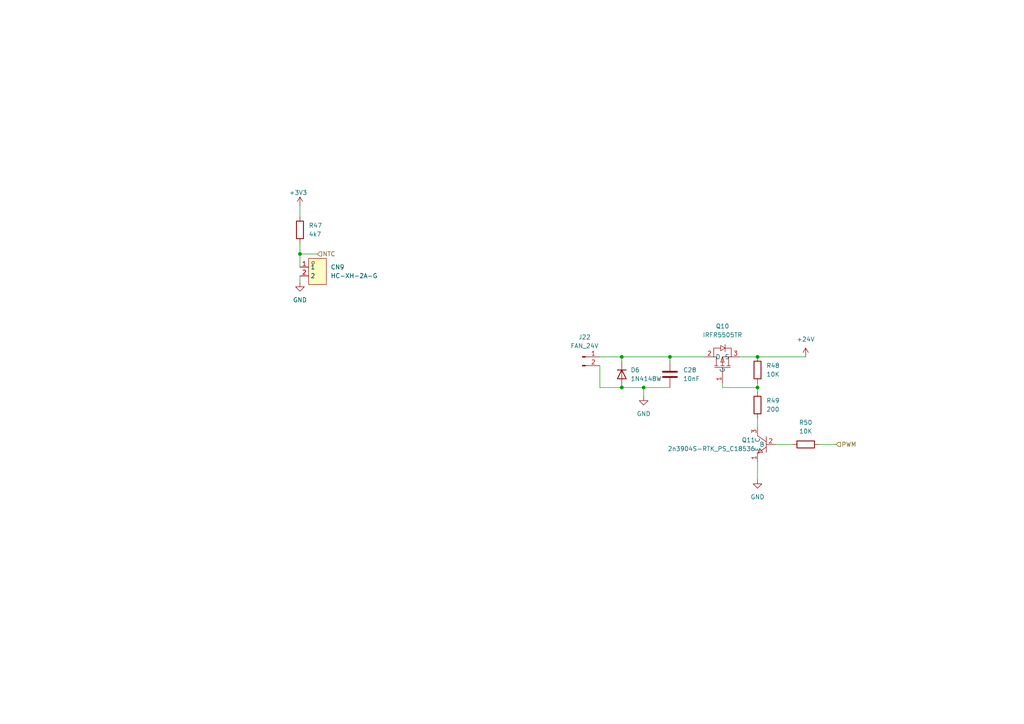
<source format=kicad_sch>
(kicad_sch (version 20230121) (generator eeschema)
  (paper "A4")
  (lib_symbols
    (symbol "Connector:Conn_01x02_Male" (pin_names (offset 1.016) hide)
      (property "Reference" "J" (at 0 2.54 0))
      (property "Value" "Conn_01x02_Male" (at 0 -5.08 0))
      (symbol "Conn_01x02_Male_1_1"
        (polyline (pts (xy 1.27 -2.54) (xy 0.8636 -2.54)) (stroke (width 0.1524)))
        (polyline (pts (xy 1.27 0) (xy 0.8636 0)) (stroke (width 0.1524)))
        (rectangle (start 0.8636 -2.413) (end 0 -2.667) (stroke (width 0.1524)) (fill (type outline)))
        (rectangle (start 0.8636 0.127) (end 0 -0.127) (stroke (width 0.1524)) (fill (type outline)))
        (pin passive line (at 5.08 0 180) (length 3.81) (name "Pin_1") (number "1"))
        (pin passive line (at 5.08 -2.54 180) (length 3.81) (name "Pin_2") (number "2"))
      )
    )
    (symbol "Device:C" (pin_numbers hide) (pin_names (offset 0.254))
      (property "Reference" "C" (at 0.635 2.54 0))
      (property "Value" "C" (at 0.635 -2.54 0))
      (symbol "C_0_1"
        (polyline (pts (xy -2.032 -0.762) (xy 2.032 -0.762)) (stroke (width 0.508)))
        (polyline (pts (xy -2.032 0.762) (xy 2.032 0.762)) (stroke (width 0.508)))
      )
      (symbol "C_1_1"
        (pin passive line (at 0 3.81 270) (length 2.794) (name "~") (number "1"))
        (pin passive line (at 0 -3.81 90) (length 2.794) (name "~") (number "2"))
      )
    )
    (symbol "Device:R" (pin_numbers hide) (pin_names (offset 0))
      (property "Reference" "R" (at 2.032 0 90))
      (property "Value" "R" (at 0 0 90))
      (symbol "R_0_1"
        (rectangle (start -1.016 -2.54) (end 1.016 2.54) (stroke (width 0.254)))
      )
      (symbol "R_1_1"
        (pin passive line (at 0 3.81 270) (length 1.27) (name "~") (number "1"))
        (pin passive line (at 0 -3.81 90) (length 1.27) (name "~") (number "2"))
      )
    )
    (symbol "Diode:1N4148W" (pin_numbers hide) (pin_names hide)
      (property "Reference" "D" (at 0 2.54 0))
      (property "Value" "1N4148W" (at 0 -2.54 0))
      (symbol "1N4148W_0_1"
        (polyline (pts (xy -1.27 1.27) (xy -1.27 -1.27)) (stroke (width 0.254)))
        (polyline (pts (xy 1.27 0) (xy -1.27 0)))
        (polyline (pts (xy 1.27 1.27) (xy 1.27 -1.27) (xy -1.27 0) (xy 1.27 1.27)) (stroke (width 0.254)))
      )
      (symbol "1N4148W_1_1"
        (pin passive line (at -3.81 0 0) (length 2.54) (name "K") (number "1"))
        (pin passive line (at 3.81 0 180) (length 2.54) (name "A") (number "2"))
      )
    )
    (symbol "EasyEda:2n3904S-RTK_PS_C18536"
      (property "Reference" "Q" (at 0 10.16 0))
      (property "Value" "2n3904S-RTK/PS_C18536" (at 0 -10.16 0))
      (symbol "2n3904S-RTK_PS_C18536_0_1"
        (polyline (pts (xy 0 -0.76) (xy 2.54 -2.54)))
        (polyline (pts (xy 0 2.29) (xy 0 -2.29)))
        (polyline (pts (xy 2.54 2.54) (xy 0 0.76)))
        (polyline (pts (xy 2.54 -2.54) (xy 1.78 -1.27) (xy 1.02 -2.29) (xy 2.54 -2.54)) (fill (type background)))
        (pin input line (at 2.54 -5.08 90) (length 2.54) (name "E") (number "1"))
        (pin input line (at -2.54 0 0) (length 2.54) (name "B") (number "2"))
        (pin input line (at 2.54 5.08 270) (length 2.54) (name "C") (number "3"))
      )
    )
    (symbol "EasyEda:HC-XH-2A-G"
      (property "Reference" "CN" (at 0 6.35 0))
      (property "Value" "HC-XH-2A-G" (at 0 -6.35 0))
      (symbol "HC-XH-2A-G_0_1"
        (rectangle (start -2.54 3.81) (end 2.54 -3.81) (fill (type background)))
        (circle (center -1.27 2.54) (radius 0.38))
        (pin unspecified line (at -5.08 1.27 0) (length 2.54) (name "1") (number "1"))
        (pin unspecified line (at -5.08 -1.27 0) (length 2.54) (name "2") (number "2"))
      )
    )
    (symbol "easyeda2kicad:IRFR5505TR"
      (property "Reference" "Q?" (at 0 10.16 0))
      (property "Value" "IRFR5505TR" (at 0 -10.16 0))
      (symbol "IRFR5505TR_0_1"
        (polyline (pts (xy -5.08 0) (xy -3.048 0)))
        (polyline (pts (xy -3.048 2.286) (xy -3.048 -2.286)))
        (polyline (pts (xy -2.54 -2.286) (xy -2.54 -1.27)))
        (polyline (pts (xy -2.54 -0.508) (xy -2.54 0.508)))
        (polyline (pts (xy -2.54 2.286) (xy -2.54 1.27)))
        (polyline (pts (xy 0 -1.778) (xy -2.54 -1.778)))
        (polyline (pts (xy 0 0) (xy -1.524 -0.508) (xy -1.524 0.508) (xy 0 0)) (fill (type background)))
        (polyline (pts (xy 2.54 -0.762) (xy 1.778 0.508) (xy 3.302 0.508) (xy 2.54 -0.762)) (fill (type background)))
        (polyline (pts (xy 3.556 -0.762) (xy 3.048 -0.762) (xy 2.032 -0.762) (xy 1.524 -0.762)))
        (polyline (pts (xy -2.54 0) (xy 0 0) (xy 0 -2.54) (xy 2.54 -2.54) (xy 2.54 -0.762)))
        (polyline (pts (xy -2.54 1.778) (xy 0 1.778) (xy 0 2.54) (xy 2.54 2.54) (xy 2.54 0.508)))
        (pin unspecified line (at -7.62 0 0) (length 2.54) (name "G") (number "1"))
        (pin unspecified line (at 0 5.08 270) (length 2.54) (name "D") (number "2"))
        (pin unspecified line (at 0 -5.08 90) (length 2.54) (name "S") (number "3"))
      )
    )
    (symbol "power:+24V" (power) (pin_names (offset 0))
      (property "Value" "+24V" (at 0 3.556 0))
      (symbol "+24V_0_1"
        (polyline (pts (xy -0.762 1.27) (xy 0 2.54)))
        (polyline (pts (xy 0 0) (xy 0 2.54)))
        (polyline (pts (xy 0 2.54) (xy 0.762 1.27)))
      )
      (symbol "+24V_1_1"
        (pin power_in line (at 0 0 90) (length 0) hide (name "+24V") (number "1"))
      )
    )
    (symbol "power:+3V3" (power) (pin_names (offset 0))
      (property "Value" "+3V3" (at 0 3.556 0))
      (symbol "+3V3_0_1"
        (polyline (pts (xy -0.762 1.27) (xy 0 2.54)))
        (polyline (pts (xy 0 0) (xy 0 2.54)))
        (polyline (pts (xy 0 2.54) (xy 0.762 1.27)))
      )
      (symbol "+3V3_1_1"
        (pin power_in line (at 0 0 90) (length 0) hide (name "+3V3") (number "1"))
      )
    )
    (symbol "power:GND" (power) (pin_names (offset 0))
      (property "Value" "GND" (at 0 -3.81 0))
      (symbol "GND_0_1"
        (polyline (pts (xy 0 0) (xy 0 -1.27) (xy 1.27 -1.27) (xy 0 -2.54) (xy -1.27 -1.27) (xy 0 -1.27)))
      )
      (symbol "GND_1_1"
        (pin power_in line (at 0 0 270) (length 0) hide (name "GND") (number "1"))
      )
    )
  )
  (junction (at 219.71 103.505))
  (junction (at 180.34 103.505))
  (junction (at 219.71 112.395))
  (junction (at 186.69 112.395))
  (junction (at 194.31 103.505))
  (junction (at 180.34 112.395))
  (junction (at 86.995 73.66))
  (wire (pts (xy 86.995 73.66) (xy 92.075 73.66)))
  (wire (pts (xy 86.995 59.69) (xy 86.995 62.865)))
  (wire (pts (xy 209.55 111.125) (xy 209.55 112.395)))
  (wire (pts (xy 194.31 103.505) (xy 194.31 104.775)))
  (wire (pts (xy 173.99 103.505) (xy 180.34 103.505)))
  (wire (pts (xy 214.63 103.505) (xy 219.71 103.505)))
  (wire (pts (xy 219.71 103.505) (xy 233.68 103.505)))
  (wire (pts (xy 219.71 112.395) (xy 219.71 111.125)))
  (wire (pts (xy 186.69 112.395) (xy 194.31 112.395)))
  (wire (pts (xy 180.34 103.505) (xy 194.31 103.505)))
  (wire (pts (xy 173.99 106.045) (xy 173.99 112.395)))
  (wire (pts (xy 186.69 112.395) (xy 186.69 114.935)))
  (wire (pts (xy 237.49 128.905) (xy 242.57 128.905)))
  (wire (pts (xy 209.55 112.395) (xy 219.71 112.395)))
  (wire (pts (xy 194.31 103.505) (xy 204.47 103.505)))
  (wire (pts (xy 173.99 112.395) (xy 180.34 112.395)))
  (wire (pts (xy 180.34 112.395) (xy 186.69 112.395)))
  (wire (pts (xy 86.995 80.01) (xy 86.995 81.915)))
  (wire (pts (xy 86.995 70.485) (xy 86.995 73.66)))
  (wire (pts (xy 219.71 112.395) (xy 219.71 113.665)))
  (wire (pts (xy 86.995 73.66) (xy 86.995 77.47)))
  (wire (pts (xy 180.34 103.505) (xy 180.34 104.775)))
  (wire (pts (xy 224.79 128.905) (xy 229.87 128.905)))
  (wire (pts (xy 219.71 133.985) (xy 219.71 139.065)))
  (wire (pts (xy 219.71 121.285) (xy 219.71 123.825)))
  (hierarchical_label "NTC" (shape input) (at 92.075 73.66 0))
  (hierarchical_label "PWM" (shape input) (at 242.57 128.905 0))
  (symbol (lib_id "Device:C") (at 194.31 108.585 180) (unit 1)
    (property "Reference" "C28" (at 198.12 107.3149 0) (effects (justify right)))
    (property "Value" "10nF" (at 198.12 109.8549 0) (effects (justify right)))
    (property "Footprint" "Capacitor_SMD:C_1206_3216Metric_Pad1.33x1.80mm_HandSolder" (effects hide))
  )
  (symbol (lib_id "easyeda2kicad:IRFR5505TR") (at 209.55 103.505 90) (unit 1)
    (property "Reference" "Q10" (at 209.55 94.615 90))
    (property "Value" "IRFR5505TR" (at 209.55 97.155 90))
    (property "Footprint" "easyeda2kicakd:TO-252-3_L6.5-W5.8-P4.58-BR" (effects hide))
    (property "Datasheet" "https://lcsc.com/product-detail/MOSFET_VBsemi-Elec-IRFR5505TR_C725084.html" (effects hide))
    (property "Manufacturer" "VBsemi Elec" (effects hide))
    (property "LCSC Part" "C725084" (effects hide))
    (property "JLC Part" "Extended Part" (effects hide))
  )
  (symbol (lib_id "power:GND") (at 186.69 114.935 0) (unit 1)
    (property "Reference" "#PWR0112" (effects hide))
    (property "Value" "GND" (at 186.69 120.015 0))
  )
  (symbol (lib_id "Device:R") (at 233.68 128.905 270) (unit 1)
    (property "Reference" "R50" (at 233.68 122.555 90))
    (property "Value" "10K" (at 233.68 125.095 90))
    (property "Footprint" "Resistor_SMD:R_1206_3216Metric_Pad1.30x1.75mm_HandSolder" (effects hide))
  )
  (symbol (lib_id "EasyEda:2n3904S-RTK_PS_C18536") (at 222.25 128.905 0) (mirror y) (unit 1)
    (property "Reference" "Q11" (at 219.075 127.6349 0) (effects (justify left)))
    (property "Value" "2n3904S-RTK_PS_C18536" (at 219.075 130.1749 0) (effects (justify left)))
    (property "Footprint" "easyeda2kicad:SOT-23-3_L2.9-W1.3-P1.90-LS2.4-TR" (effects hide))
    (property "Datasheet" "https://lcsc.com/product-detail/Transistors-NPN-PNP_KEC_2n3904S-RTK-P_2n3904S-RTK-P_C18536.html" (effects hide))
    (property "Manufacturer" "KEC" (effects hide))
    (property "LCSC Part" "C18536" (effects hide))
    (property "JLC Part" "Extended Part" (effects hide))
  )
  (symbol (lib_id "Diode:1N4148W") (at 180.34 108.585 270) (unit 1)
    (property "Reference" "D6" (at 182.88 107.3149 90) (effects (justify left)))
    (property "Value" "1N4148W" (at 182.88 109.8549 90) (effects (justify left)))
    (property "Footprint" "Diode_SMD:D_SOD-123" (effects hide))
    (property "Datasheet" "https://www.vishay.com/docs/85748/1n4148w.pdf" (effects hide))
  )
  (symbol (lib_id "Device:R") (at 219.71 107.315 180) (unit 1)
    (property "Reference" "R48" (at 222.25 106.0449 0) (effects (justify right)))
    (property "Value" "10K" (at 222.25 108.5849 0) (effects (justify right)))
    (property "Footprint" "Resistor_SMD:R_1206_3216Metric_Pad1.30x1.75mm_HandSolder" (effects hide))
  )
  (symbol (lib_id "Device:R") (at 219.71 117.475 180) (unit 1)
    (property "Reference" "R49" (at 222.25 116.2049 0) (effects (justify right)))
    (property "Value" "200" (at 222.25 118.7449 0) (effects (justify right)))
    (property "Footprint" "Resistor_SMD:R_1206_3216Metric_Pad1.30x1.75mm_HandSolder" (effects hide))
  )
  (symbol (lib_id "power:GND") (at 219.71 139.065 0) (unit 1)
    (property "Reference" "#PWR0111" (effects hide))
    (property "Value" "GND" (at 219.71 144.145 0))
  )
  (symbol (lib_id "Device:R") (at 86.995 66.675 180) (unit 1)
    (property "Reference" "R47" (at 89.535 65.4049 0) (effects (justify right)))
    (property "Value" "4k7" (at 89.535 67.9449 0) (effects (justify right)))
    (property "Footprint" "Resistor_SMD:R_1206_3216Metric_Pad1.30x1.75mm_HandSolder" (effects hide))
  )
  (symbol (lib_id "EasyEda:HC-XH-2A-G") (at 92.075 78.74 0) (unit 1)
    (property "Reference" "CN9" (at 95.885 77.4699 0) (effects (justify left)))
    (property "Value" "HC-XH-2A-G" (at 95.885 80.0099 0) (effects (justify left)))
    (property "Footprint" "easyeda2kicad:CONN-TH_2P-P2.50_HC-XH-2A-G" (effects hide))
    (property "Manufacturer" "HCTL(华灿天禄)" (effects hide))
    (property "LCSC Part" "C5341201" (effects hide))
    (property "JLC Part" "Extended Part" (effects hide))
  )
  (symbol (lib_id "power:+24V") (at 233.68 103.505 0) (unit 1)
    (property "Reference" "#PWR0110" (effects hide))
    (property "Value" "+24V" (at 233.68 98.425 0))
  )
  (symbol (lib_id "power:+3V3") (at 86.995 59.69 0) (unit 1)
    (property "Reference" "#PWR0113" (effects hide))
    (property "Value" "+3V3" (at 83.82 55.88 0) (effects (justify left)))
  )
  (symbol (lib_id "power:GND") (at 86.995 81.915 0) (unit 1)
    (property "Reference" "#PWR0114" (effects hide))
    (property "Value" "GND" (at 86.995 86.995 0))
  )
  (symbol (lib_id "Connector:Conn_01x02_Male") (at 168.91 103.505 0) (unit 1)
    (property "Reference" "J22" (at 169.545 97.79 0))
    (property "Value" "FAN_24V" (at 169.545 100.33 0))
    (property "Footprint" "TerminalBlock_Phoenix:TerminalBlock_Phoenix_MKDS-1,5-2_1x02_P5.00mm_Horizontal" (effects hide))
  )
)
</source>
